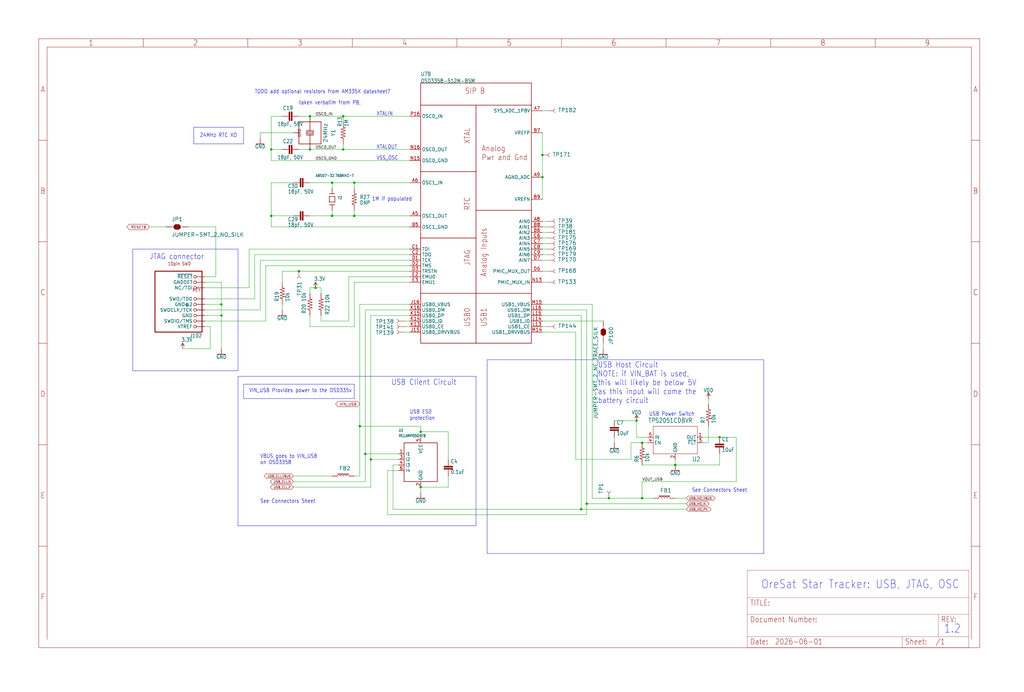
<source format=kicad_sch>
(kicad_sch (version 20250114) (generator "eeschema") (generator_version "9.0")
  (paper "User" 469.9 317.627)
  (text "USB ESD\nprotection" (at 187.96 193.04 0) (effects (font (size 1.778 1.5113)) (justify left bottom)))
  (text "1M if populated" (at 170.688 92.456 0) (effects (font (size 1.778 1.5113)) (justify left bottom)))
  (text "TODO add optional resistors from AM335X datasheet?" (at 116.84 43.18 0) (effects (font (size 1.778 1.5113)) (justify left bottom)))
  (text "VBUS goes to VIN_USB\non OSD3358" (at 119.38 213.36 0) (effects (font (size 1.778 1.5113)) (justify left bottom)))
  (text "OreSat Star Tracker: USB, JTAG, OSC" (at 349.25 270.51 0) (effects (font (size 3.81 3.2385)) (justify left bottom)))
  (text "1.2" (at 433.07 290.83 0) (effects (font (size 3.81 3.2385)) (justify left bottom)))
  (text "taken verbatim from PB," (at 137.16 48.26 0) (effects (font (size 1.778 1.5113)) (justify left bottom)))
  (text "XTALIN" (at 172.72 53.34 0) (effects (font (size 1.778 1.5113)) (justify left bottom)))
  (text "VSS_OSC" (at 172.72 73.66 0) (effects (font (size 1.778 1.5113)) (justify left bottom)))
  (text "24MHz RTC XO" (at 91.694 63.246 0) (effects (font (size 1.778 1.5113)) (justify left bottom)))
  (text "VIN_USB Provides power to the OSD335x" (at 114.3 180.34 0) (effects (font (size 1.778 1.5113)) (justify left bottom)))
  (text "XTALOUT" (at 172.72 68.58 0) (effects (font (size 1.778 1.5113)) (justify left bottom)))
  (text "JTAG connector" (at 68.58 119.38 0) (effects (font (size 2.54 2.159)) (justify left bottom)))
  (text "USB Host Circuit\nNOTE: if VIN_BAT is used,\nthis will likely be below 5V\nas this input will come the\nbattery circuit" (at 274.32 185.42 0) (effects (font (size 2.54 2.159)) (justify left bottom)))
  (text "See Connectors Sheet" (at 119.38 231.14 0) (effects (font (size 1.778 1.5113)) (justify left bottom)))
  (text "USB Power Switch" (at 297.815 191.135 0) (effects (font (size 1.778 1.5113)) (justify left bottom)))
  (text "See Connectors Sheet" (at 317.5 226.06 0) (effects (font (size 1.778 1.5113)) (justify left bottom)))
  (text "USB Client Circuit" (at 179.578 177.038 0) (effects (font (size 2.54 2.159)) (justify left bottom)))
  (junction (at 144.78 132.08))
  (junction (at 269.24 231.14))
  (junction (at 152.4 99.06))
  (junction (at 170.18 210.82))
  (junction (at 292.1 193.04))
  (junction (at 294.64 203.2))
  (junction (at 157.48 53.34))
  (junction (at 248.92 81.28))
  (junction (at 124.46 68.58))
  (junction (at 330.2 200.66))
  (junction (at 165.1 195.58))
  (junction (at 124.46 99.06))
  (junction (at 162.56 99.06))
  (junction (at 193.04 223.52))
  (junction (at 248.92 71.12))
  (junction (at 294.64 228.6))
  (junction (at 157.48 68.58))
  (junction (at 266.7 233.68))
  (junction (at 137.16 124.46))
  (junction (at 101.6 139.7))
  (junction (at 162.56 83.82))
  (junction (at 167.64 208.28))
  (junction (at 152.4 83.82))
  (junction (at 309.88 213.36))
  (junction (at 193.04 198.12))
  (junction (at 279.4 228.6))
  (junction (at 101.6 144.78))
  (junction (at 142.24 68.58))
  (junction (at 142.24 53.34))
  (polyline (pts (xy 111.76 182.88) (xy 111.76 176.276)) (stroke (width 0.1524) (type solid)))
  (wire (pts (xy 152.4 99.06) (xy 162.56 99.06)) (stroke (width 0.1524)))
  (wire (pts (xy 147.32 134.62) (xy 147.32 132.08)) (stroke (width 0.1524)))
  (wire (pts (xy 193.04 200.66) (xy 193.04 198.12)) (stroke (width 0.1524)))
  (wire (pts (xy 266.7 144.78) (xy 266.7 233.68)) (stroke (width 0.1524)))
  (wire (pts (xy 99.06 104.14) (xy 86.36 104.14)) (stroke (width 0.1524)))
  (wire (pts (xy 93.98 149.86) (xy 96.52 149.86)) (stroke (width 0.1524)))
  (wire (pts (xy 129.54 53.34) (xy 124.46 53.34)) (stroke (width 0.1524)))
  (wire (pts (xy 187.96 139.7) (xy 165.1 139.7)) (stroke (width 0.1524)))
  (wire (pts (xy 121.92 121.92) (xy 187.96 121.92)) (stroke (width 0.1524)))
  (wire (pts (xy 124.46 68.58) (xy 124.46 53.34)) (stroke (width 0.1524)))
  (wire (pts (xy 248.92 149.86) (xy 251.46 149.86)) (stroke (width 0.1524)))
  (wire (pts (xy 162.56 149.86) (xy 142.24 149.86)) (stroke (width 0.1524)))
  (polyline (pts (xy 88.9 66.04) (xy 111.76 66.04)) (stroke (width 0.1524) (type solid)))
  (wire (pts (xy 119.38 119.38) (xy 187.96 119.38)) (stroke (width 0.1524)))
  (wire (pts (xy 297.18 200.66) (xy 292.1 200.66)) (stroke (width 0.1524)))
  (wire (pts (xy 251.46 109.22) (xy 248.92 109.22)) (stroke (width 0.1524)))
  (wire (pts (xy 170.18 223.52) (xy 170.18 210.82)) (stroke (width 0.1524)))
  (wire (pts (xy 251.46 119.38) (xy 248.92 119.38)) (stroke (width 0.1524)))
  (wire (pts (xy 187.96 73.66) (xy 124.46 73.66)) (stroke (width 0.1524)))
  (wire (pts (xy 337.82 220.98) (xy 294.64 220.98)) (stroke (width 0.1524)))
  (wire (pts (xy 266.7 233.68) (xy 180.34 233.68)) (stroke (width 0.1524)))
  (wire (pts (xy 248.92 81.28) (xy 248.92 71.12)) (stroke (width 0.1524)))
  (polyline (pts (xy 350.52 165.1) (xy 350.52 254)) (stroke (width 0.1524) (type solid)))
  (wire (pts (xy 142.24 134.62) (xy 142.24 132.08)) (stroke (width 0.1524)))
  (wire (pts (xy 248.92 111.76) (xy 251.46 111.76)) (stroke (width 0.1524)))
  (wire (pts (xy 269.24 231.14) (xy 269.24 142.24)) (stroke (width 0.1524)))
  (wire (pts (xy 309.88 228.6) (xy 314.96 228.6)) (stroke (width 0.1524)))
  (wire (pts (xy 264.16 152.4) (xy 248.92 152.4)) (stroke (width 0.1524)))
  (wire (pts (xy 129.54 124.46) (xy 129.54 129.54)) (stroke (width 0.1524)))
  (polyline (pts (xy 109.22 170.18) (xy 109.22 114.3)) (stroke (width 0.1524) (type solid)))
  (wire (pts (xy 134.62 220.98) (xy 167.64 220.98)) (stroke (width 0.1524)))
  (wire (pts (xy 269.24 236.22) (xy 269.24 231.14)) (stroke (width 0.1524)))
  (wire (pts (xy 187.96 83.82) (xy 162.56 83.82)) (stroke (width 0.1524)))
  (wire (pts (xy 119.38 142.24) (xy 119.38 119.38)) (stroke (width 0.1524)))
  (polyline (pts (xy 111.76 58.42) (xy 88.9 58.42)) (stroke (width 0.1524) (type solid)))
  (polyline (pts (xy 111.76 176.276) (xy 162.56 176.276)) (stroke (width 0.1524) (type solid)))
  (wire (pts (xy 170.18 210.82) (xy 170.18 144.78)) (stroke (width 0.1524)))
  (wire (pts (xy 93.98 144.78) (xy 101.6 144.78)) (stroke (width 0.1524)))
  (wire (pts (xy 157.48 68.58) (xy 157.48 66.04)) (stroke (width 0.1524)))
  (wire (pts (xy 205.74 223.52) (xy 205.74 218.44)) (stroke (width 0.1524)))
  (wire (pts (xy 193.04 198.12) (xy 193.04 195.58)) (stroke (width 0.1524)))
  (wire (pts (xy 337.82 200.66) (xy 337.82 220.98)) (stroke (width 0.1524)))
  (wire (pts (xy 248.92 116.84) (xy 251.46 116.84)) (stroke (width 0.1524)))
  (wire (pts (xy 182.88 208.28) (xy 167.64 208.28)) (stroke (width 0.1524)))
  (polyline (pts (xy 218.44 172.72) (xy 109.22 172.72)) (stroke (width 0.1524) (type solid)))
  (polyline (pts (xy 223.52 165.1) (xy 350.52 165.1)) (stroke (width 0.1524) (type solid)))
  (wire (pts (xy 165.1 139.7) (xy 165.1 195.58)) (stroke (width 0.1524)))
  (wire (pts (xy 96.52 160.02) (xy 83.82 160.02)) (stroke (width 0.1524)))
  (wire (pts (xy 162.56 83.82) (xy 152.4 83.82)) (stroke (width 0.1524)))
  (wire (pts (xy 182.88 215.9) (xy 177.8 215.9)) (stroke (width 0.1524)))
  (wire (pts (xy 271.78 228.6) (xy 271.78 139.7)) (stroke (width 0.1524)))
  (wire (pts (xy 294.64 213.36) (xy 309.88 213.36)) (stroke (width 0.1524)))
  (wire (pts (xy 152.4 83.82) (xy 142.24 83.82)) (stroke (width 0.1524)))
  (wire (pts (xy 251.46 114.3) (xy 248.92 114.3)) (stroke (width 0.1524)))
  (wire (pts (xy 99.06 127) (xy 99.06 104.14)) (stroke (width 0.1524)))
  (wire (pts (xy 142.24 53.34) (xy 137.16 53.34)) (stroke (width 0.1524)))
  (wire (pts (xy 129.54 142.24) (xy 129.54 139.7)) (stroke (width 0.1524)))
  (wire (pts (xy 325.12 203.2) (xy 325.12 195.58)) (stroke (width 0.1524)))
  (wire (pts (xy 289.56 210.82) (xy 264.16 210.82)) (stroke (width 0.1524)))
  (wire (pts (xy 142.24 149.86) (xy 142.24 144.78)) (stroke (width 0.1524)))
  (wire (pts (xy 294.64 203.2) (xy 289.56 203.2)) (stroke (width 0.1524)))
  (polyline (pts (xy 223.52 254) (xy 223.52 165.1)) (stroke (width 0.1524) (type solid)))
  (wire (pts (xy 137.16 68.58) (xy 142.24 68.58)) (stroke (width 0.1524)))
  (wire (pts (xy 121.92 147.32) (xy 121.92 121.92)) (stroke (width 0.1524)))
  (wire (pts (xy 101.6 144.78) (xy 101.6 160.02)) (stroke (width 0.1524)))
  (wire (pts (xy 314.96 231.14) (xy 269.24 231.14)) (stroke (width 0.1524)))
  (wire (pts (xy 182.88 213.36) (xy 180.34 213.36)) (stroke (width 0.1524)))
  (wire (pts (xy 167.64 220.98) (xy 167.64 208.28)) (stroke (width 0.1524)))
  (wire (pts (xy 193.04 226.06) (xy 193.04 223.52)) (stroke (width 0.1524)))
  (wire (pts (xy 292.1 193.04) (xy 281.94 193.04)) (stroke (width 0.1524)))
  (wire (pts (xy 116.84 137.16) (xy 93.98 137.16)) (stroke (width 0.1524)))
  (wire (pts (xy 322.58 203.2) (xy 325.12 203.2)) (stroke (width 0.1524)))
  (wire (pts (xy 157.48 68.58) (xy 187.96 68.58)) (stroke (width 0.1524)))
  (wire (pts (xy 248.92 71.12) (xy 248.92 60.96)) (stroke (width 0.1524)))
  (wire (pts (xy 251.46 104.14) (xy 248.92 104.14)) (stroke (width 0.1524)))
  (wire (pts (xy 248.92 106.68) (xy 251.46 106.68)) (stroke (width 0.1524)))
  (wire (pts (xy 114.3 114.3) (xy 187.96 114.3)) (stroke (width 0.1524)))
  (wire (pts (xy 193.04 195.58) (xy 165.1 195.58)) (stroke (width 0.1524)))
  (wire (pts (xy 187.96 129.54) (xy 162.56 129.54)) (stroke (width 0.1524)))
  (wire (pts (xy 93.98 142.24) (xy 119.38 142.24)) (stroke (width 0.1524)))
  (polyline (pts (xy 111.76 66.04) (xy 111.76 58.42)) (stroke (width 0.1524) (type solid)))
  (wire (pts (xy 297.18 203.2) (xy 294.64 203.2)) (stroke (width 0.1524)))
  (wire (pts (xy 292.1 200.66) (xy 292.1 193.04)) (stroke (width 0.1524)))
  (wire (pts (xy 93.98 147.32) (xy 121.92 147.32)) (stroke (width 0.1524)))
  (wire (pts (xy 137.16 124.46) (xy 129.54 124.46)) (stroke (width 0.1524)))
  (wire (pts (xy 101.6 129.54) (xy 101.6 139.7)) (stroke (width 0.1524)))
  (wire (pts (xy 162.56 129.54) (xy 162.56 149.86)) (stroke (width 0.1524)))
  (wire (pts (xy 101.6 139.7) (xy 101.6 144.78)) (stroke (width 0.1524)))
  (wire (pts (xy 185.42 147.32) (xy 187.96 147.32)) (stroke (width 0.1524)))
  (wire (pts (xy 276.86 160.02) (xy 276.86 157.48)) (stroke (width 0.1524)))
  (wire (pts (xy 152.4 99.06) (xy 152.4 96.52)) (stroke (width 0.1524)))
  (wire (pts (xy 142.24 132.08) (xy 144.78 132.08)) (stroke (width 0.1524)))
  (wire (pts (xy 187.96 152.4) (xy 185.42 152.4)) (stroke (width 0.1524)))
  (wire (pts (xy 271.78 139.7) (xy 248.92 139.7)) (stroke (width 0.1524)))
  (wire (pts (xy 248.92 101.6) (xy 251.46 101.6)) (stroke (width 0.1524)))
  (wire (pts (xy 157.48 55.88) (xy 157.48 53.34)) (stroke (width 0.1524)))
  (wire (pts (xy 248.92 91.44) (xy 248.92 81.28)) (stroke (width 0.1524)))
  (wire (pts (xy 177.8 236.22) (xy 269.24 236.22)) (stroke (width 0.1524)))
  (wire (pts (xy 152.4 99.06) (xy 142.24 99.06)) (stroke (width 0.1524)))
  (wire (pts (xy 165.1 195.58) (xy 165.1 218.44)) (stroke (width 0.1524)))
  (wire (pts (xy 129.54 68.58) (xy 124.46 68.58)) (stroke (width 0.1524)))
  (wire (pts (xy 116.84 116.84) (xy 187.96 116.84)) (stroke (width 0.1524)))
  (wire (pts (xy 266.7 233.68) (xy 314.96 233.68)) (stroke (width 0.1524)))
  (wire (pts (xy 167.64 142.24) (xy 187.96 142.24)) (stroke (width 0.1524)))
  (wire (pts (xy 162.56 86.36) (xy 162.56 83.82)) (stroke (width 0.1524)))
  (wire (pts (xy 157.48 53.34) (xy 142.24 53.34)) (stroke (width 0.1524)))
  (polyline (pts (xy 162.56 176.276) (xy 162.56 182.88)) (stroke (width 0.1524) (type solid)))
  (wire (pts (xy 124.46 83.82) (xy 124.46 99.06)) (stroke (width 0.1524)))
  (wire (pts (xy 337.82 200.66) (xy 330.2 200.66)) (stroke (width 0.1524)))
  (wire (pts (xy 264.16 210.82) (xy 264.16 152.4)) (stroke (width 0.1524)))
  (wire (pts (xy 248.92 129.54) (xy 251.46 129.54)) (stroke (width 0.1524)))
  (wire (pts (xy 114.3 132.08) (xy 114.3 114.3)) (stroke (width 0.1524)))
  (wire (pts (xy 134.62 99.06) (xy 124.46 99.06)) (stroke (width 0.1524)))
  (wire (pts (xy 248.92 144.78) (xy 266.7 144.78)) (stroke (width 0.1524)))
  (wire (pts (xy 279.4 228.6) (xy 271.78 228.6)) (stroke (width 0.1524)))
  (wire (pts (xy 248.92 50.8) (xy 251.46 50.8)) (stroke (width 0.1524)))
  (wire (pts (xy 330.2 208.28) (xy 330.2 213.36)) (stroke (width 0.1524)))
  (polyline (pts (xy 109.22 241.3) (xy 218.44 241.3)) (stroke (width 0.1524) (type solid)))
  (wire (pts (xy 269.24 142.24) (xy 248.92 142.24)) (stroke (width 0.1524)))
  (polyline (pts (xy 109.22 172.72) (xy 109.22 241.3)) (stroke (width 0.1524) (type solid)))
  (wire (pts (xy 96.52 149.86) (xy 96.52 160.02)) (stroke (width 0.1524)))
  (wire (pts (xy 134.62 83.82) (xy 124.46 83.82)) (stroke (width 0.1524)))
  (wire (pts (xy 187.96 53.34) (xy 157.48 53.34)) (stroke (width 0.1524)))
  (polyline (pts (xy 350.52 254) (xy 223.52 254)) (stroke (width 0.1524) (type solid)))
  (polyline (pts (xy 60.96 170.18) (xy 109.22 170.18)) (stroke (width 0.1524) (type solid)))
  (wire (pts (xy 162.56 218.44) (xy 165.1 218.44)) (stroke (width 0.1524)))
  (wire (pts (xy 294.64 228.6) (xy 299.72 228.6)) (stroke (width 0.1524)))
  (wire (pts (xy 93.98 129.54) (xy 101.6 129.54)) (stroke (width 0.1524)))
  (wire (pts (xy 193.04 198.12) (xy 205.74 198.12)) (stroke (width 0.1524)))
  (wire (pts (xy 124.46 73.66) (xy 124.46 68.58)) (stroke (width 0.1524)))
  (wire (pts (xy 142.24 68.58) (xy 157.48 68.58)) (stroke (width 0.1524)))
  (wire (pts (xy 205.74 198.12) (xy 205.74 210.82)) (stroke (width 0.1524)))
  (wire (pts (xy 330.2 200.66) (xy 322.58 200.66)) (stroke (width 0.1524)))
  (wire (pts (xy 162.56 96.52) (xy 162.56 99.06)) (stroke (width 0.1524)))
  (polyline (pts (xy 60.96 114.3) (xy 60.96 170.18)) (stroke (width 0.1524) (type solid)))
  (wire (pts (xy 330.2 213.36) (xy 309.88 213.36)) (stroke (width 0.1524)))
  (wire (pts (xy 134.62 60.96) (xy 119.38 60.96)) (stroke (width 0.1524)))
  (wire (pts (xy 177.8 215.9) (xy 177.8 236.22)) (stroke (width 0.1524)))
  (wire (pts (xy 76.2 104.14) (xy 68.58 104.14)) (stroke (width 0.1524)))
  (wire (pts (xy 147.32 144.78) (xy 147.32 147.32)) (stroke (width 0.1524)))
  (wire (pts (xy 119.38 60.96) (xy 119.38 63.5)) (stroke (width 0.1524)))
  (wire (pts (xy 276.86 147.32) (xy 248.92 147.32)) (stroke (width 0.1524)))
  (wire (pts (xy 185.42 149.86) (xy 187.96 149.86)) (stroke (width 0.1524)))
  (wire (pts (xy 134.62 223.52) (xy 170.18 223.52)) (stroke (width 0.1524)))
  (wire (pts (xy 116.84 137.16) (xy 116.84 116.84)) (stroke (width 0.1524)))
  (wire (pts (xy 187.96 99.06) (xy 162.56 99.06)) (stroke (width 0.1524)))
  (wire (pts (xy 289.56 203.2) (xy 289.56 210.82)) (stroke (width 0.1524)))
  (wire (pts (xy 187.96 124.46) (xy 137.16 124.46)) (stroke (width 0.1524)))
  (polyline (pts (xy 88.9 58.42) (xy 88.9 66.04)) (stroke (width 0.1524) (type solid)))
  (wire (pts (xy 248.92 124.46) (xy 251.46 124.46)) (stroke (width 0.1524)))
  (wire (pts (xy 124.46 99.06) (xy 124.46 104.14)) (stroke (width 0.1524)))
  (wire (pts (xy 281.94 200.66) (xy 281.94 203.2)) (stroke (width 0.1524)))
  (wire (pts (xy 147.32 147.32) (xy 160.02 147.32)) (stroke (width 0.1524)))
  (wire (pts (xy 147.32 132.08) (xy 144.78 132.08)) (stroke (width 0.1524)))
  (wire (pts (xy 294.64 220.98) (xy 294.64 228.6)) (stroke (width 0.1524)))
  (wire (pts (xy 193.04 223.52) (xy 205.74 223.52)) (stroke (width 0.1524)))
  (wire (pts (xy 170.18 144.78) (xy 187.96 144.78)) (stroke (width 0.1524)))
  (wire (pts (xy 124.46 104.14) (xy 187.96 104.14)) (stroke (width 0.1524)))
  (wire (pts (xy 160.02 127) (xy 187.96 127)) (stroke (width 0.1524)))
  (wire (pts (xy 160.02 147.32) (xy 160.02 127)) (stroke (width 0.1524)))
  (wire (pts (xy 167.64 208.28) (xy 167.64 142.24)) (stroke (width 0.1524)))
  (wire (pts (xy 93.98 132.08) (xy 114.3 132.08)) (stroke (width 0.1524)))
  (wire (pts (xy 152.4 218.44) (xy 134.62 218.44)) (stroke (width 0.1524)))
  (wire (pts (xy 93.98 139.7) (xy 101.6 139.7)) (stroke (width 0.1524)))
  (wire (pts (xy 325.12 185.42) (xy 325.12 182.88)) (stroke (width 0.1524)))
  (polyline (pts (xy 162.56 182.88) (xy 111.76 182.88)) (stroke (width 0.1524) (type solid)))
  (polyline (pts (xy 218.44 241.3) (xy 218.44 172.72)) (stroke (width 0.1524) (type solid)))
  (wire (pts (xy 180.34 233.68) (xy 180.34 213.36)) (stroke (width 0.1524)))
  (wire (pts (xy 152.4 86.36) (xy 152.4 83.82)) (stroke (width 0.1524)))
  (wire (pts (xy 309.88 213.36) (xy 309.88 210.82)) (stroke (width 0.1524)))
  (polyline (pts (xy 109.22 114.3) (xy 60.96 114.3)) (stroke (width 0.1524) (type solid)))
  (wire (pts (xy 182.88 210.82) (xy 170.18 210.82)) (stroke (width 0.1524)))
  (wire (pts (xy 294.64 228.6) (xy 279.4 228.6)) (stroke (width 0.1524)))
  (wire (pts (xy 93.98 127) (xy 99.06 127)) (stroke (width 0.1524)))
  (label "VOUT_USB" (at 294.64 220.98 0) (effects (font (size 1.2446 1.2446))))
  (label "OSC0_OUT" (at 144.78 68.58 0) (effects (font (size 1.2446 1.2446))))
  (label "OSC0_GND" (at 144.78 73.66 0) (effects (font (size 1.2446 1.2446))))
  (label "OSC0_IN" (at 144.78 53.34 0) (effects (font (size 1.2446 1.2446))))
  (global_label "USB_CLI_N" (shape bidirectional) (at 134.62 220.98 180) (effects (font (size 0.9957 0.9957))) (property "Intersheetrefs" "${INTERSHEET_REFS}" (effects (hide yes))))
  (global_label "RESET#" (shape bidirectional) (at 68.58 104.14 180) (effects (font (size 1.2446 1.2446))) (property "Intersheetrefs" "${INTERSHEET_REFS}" (effects (hide yes))))
  (global_label "USB_HO_N" (shape bidirectional) (at 314.96 231.14 0) (effects (font (size 0.9957 0.9957))) (property "Intersheetrefs" "${INTERSHEET_REFS}" (effects (hide yes))))
  (global_label "USB_HO_PX" (shape bidirectional) (at 314.96 233.68 0) (effects (font (size 0.9957 0.9957))) (property "Intersheetrefs" "${INTERSHEET_REFS}" (effects (hide yes))))
  (global_label "USB_CLI_VBUS" (shape bidirectional) (at 134.62 218.44 180) (effects (font (size 0.9957 0.9957))) (property "Intersheetrefs" "${INTERSHEET_REFS}" (effects (hide yes))))
  (global_label "VIN_USB" (shape bidirectional) (at 165.1 185.42 180) (effects (font (size 1.2446 1.2446))) (property "Intersheetrefs" "${INTERSHEET_REFS}" (effects (hide yes))))
  (global_label "USB_CLI_P" (shape bidirectional) (at 134.62 223.52 180) (effects (font (size 0.9957 0.9957))) (property "Intersheetrefs" "${INTERSHEET_REFS}" (effects (hide yes))))
  (global_label "USB_HO_VBUS" (shape bidirectional) (at 314.96 228.6 0) (effects (font (size 0.9957 0.9957))) (property "Intersheetrefs" "${INTERSHEET_REFS}" (effects (hide yes))))
  (symbol (lib_id "star-tracker-card-eagle-import:GND") (at 129.54 144.78 0) (unit 1)
    (property "Reference" "#GND58" (effects (hide yes)))
    (property "Value" "GND" (at 129.54 145.034 0) (effects (font (size 1.778 1.5113)) (justify top)))
  )
  (symbol (lib_id "star-tracker-card-eagle-import:ECS-240-12-30BQ-AEN-TR") (at 142.24 60.96 270) (unit 1)
    (property "Reference" "Y1" (at 151.892 60.96 0) (effects (font (size 1.778 1.778)) (justify bottom)))
    (property "Value" "24MHz" (at 150.368 60.96 0) (effects (font (size 1.778 1.778)) (justify top)))
    (property "Footprint" "star-tracker-card:5X3.2-4SMD" (effects (hide yes)))
  )
  (symbol (lib_id "star-tracker-card-eagle-import:TEST-POINT3X4") (at 251.46 124.46 0) (unit 1)
    (property "Reference" "TP168" (at 256.032 125.222 0) (effects (font (size 1.778 1.778)) (justify left bottom)))
    (property "Value" "TEST-POINT3X4" (effects (hide yes)))
    (property "Footprint" "star-tracker-card:PAD.03X.04" (effects (hide yes)))
  )
  (symbol (lib_id "star-tracker-card-eagle-import:C-EU0805-B") (at 330.2 203.2 0) (unit 1)
    (property "Reference" "C1" (at 331.216 202.565 0) (effects (font (size 1.778 1.5113)) (justify left bottom)))
    (property "Value" "10uF" (at 331.216 207.391 0) (effects (font (size 1.778 1.5113)) (justify left bottom)))
    (property "Footprint" "star-tracker-card:.0805-B" (effects (hide yes)))
  )
  (symbol (lib_id "star-tracker-card-eagle-import:GND") (at 119.38 66.04 0) (unit 1)
    (property "Reference" "#GND56" (effects (hide yes)))
    (property "Value" "GND" (at 119.38 66.294 0) (effects (font (size 1.778 1.5113)) (justify top)))
  )
  (symbol (lib_id "star-tracker-card-eagle-import:TEST-POINT3X4") (at 251.46 104.14 0) (unit 1)
    (property "Reference" "TP38" (at 256.032 104.902 0) (effects (font (size 1.778 1.778)) (justify left bottom)))
    (property "Value" "TEST-POINT3X4" (effects (hide yes)))
    (property "Footprint" "star-tracker-card:PAD.03X.04" (effects (hide yes)))
  )
  (symbol (lib_id "star-tracker-card-eagle-import:TEST-POINT3X4") (at 248.92 71.12 0) (unit 1)
    (property "Reference" "TP171" (at 253.492 71.882 0) (effects (font (size 1.778 1.778)) (justify left bottom)))
    (property "Value" "TEST-POINT3X4" (effects (hide yes)))
    (property "Footprint" "star-tracker-card:PAD.03X.04" (effects (hide yes)))
  )
  (symbol (lib_id "star-tracker-card-eagle-import:3.3V") (at 144.78 129.54 0) (unit 1)
    (property "Reference" "#3V-25" (effects (hide yes)))
    (property "Value" "3.3V" (at 144.145 128.905 0) (effects (font (size 1.778 1.5113)) (justify left bottom)))
  )
  (symbol (lib_id "star-tracker-card-eagle-import:R-US_0603-A") (at 147.32 139.7 90) (unit 1)
    (property "Reference" "R22" (at 151.1554 144.526 0) (effects (font (size 1.778 1.5113)) (justify left bottom)))
    (property "Value" "10k" (at 151.13 139.192 0) (effects (font (size 1.778 1.5113)) (justify left bottom)))
    (property "Footprint" "star-tracker-card:.0603-A" (effects (hide yes)))
  )
  (symbol (lib_id "star-tracker-card-eagle-import:C-EU0603-A") (at 205.74 213.36 0) (unit 1)
    (property "Reference" "C4" (at 206.756 212.725 0) (effects (font (size 1.778 1.5113)) (justify left bottom)))
    (property "Value" "0.1uF" (at 206.756 217.551 0) (effects (font (size 1.778 1.5113)) (justify left bottom)))
    (property "Footprint" "star-tracker-card:.0603-A" (effects (hide yes)))
  )
  (symbol (lib_id "star-tracker-card-eagle-import:TEST-POINT3X4") (at 251.46 50.8 0) (unit 1)
    (property "Reference" "TP182" (at 256.032 51.562 0) (effects (font (size 1.778 1.778)) (justify left bottom)))
    (property "Value" "TEST-POINT3X4" (effects (hide yes)))
    (property "Footprint" "star-tracker-card:PAD.03X.04" (effects (hide yes)))
  )
  (symbol (lib_id "star-tracker-card-eagle-import:R-US_0603-A") (at 157.48 60.96 90) (unit 1)
    (property "Reference" "R13" (at 156.972 58.166 0) (effects (font (size 1.778 1.5113)) (justify left bottom)))
    (property "Value" "1M" (at 157.988 58.166 0) (effects (font (size 1.778 1.5113)) (justify left top)))
    (property "Footprint" "star-tracker-card:.0603-A" (effects (hide yes)))
  )
  (symbol (lib_id "star-tracker-card-eagle-import:TEST-POINT3X4") (at 251.46 109.22 0) (unit 1)
    (property "Reference" "TP175" (at 256.032 109.982 0) (effects (font (size 1.778 1.778)) (justify left bottom)))
    (property "Value" "TEST-POINT3X4" (effects (hide yes)))
    (property "Footprint" "star-tracker-card:PAD.03X.04" (effects (hide yes)))
  )
  (symbol (lib_id "star-tracker-card-eagle-import:TEST-POINT3X4") (at 185.42 149.86 180) (unit 1)
    (property "Reference" "TP141" (at 180.848 149.098 0) (effects (font (size 1.778 1.778)) (justify left bottom)))
    (property "Value" "TEST-POINT3X4" (effects (hide yes)))
    (property "Footprint" "star-tracker-card:PAD.03X.04" (effects (hide yes)))
  )
  (symbol (lib_id "star-tracker-card-eagle-import:FERRITE_BEAD-0603") (at 304.8 228.6 90) (unit 1)
    (property "Reference" "FB1" (at 302.895 226.06 90) (effects (font (size 1.778 1.778)) (justify right top)))
    (property "Value" "30Ω/1.8A" (effects (hide yes)))
    (property "Footprint" "star-tracker-card:0603" (effects (hide yes)))
    (property "DPN" "490-14027-1-ND" (effects (hide yes)))
    (property "MPN" "BLM18KG300JH1D" (effects (hide yes)))
  )
  (symbol (lib_id "star-tracker-card-eagle-import:TEST-POINT3X4") (at 251.46 119.38 0) (unit 1)
    (property "Reference" "TP170" (at 256.032 120.142 0) (effects (font (size 1.778 1.778)) (justify left bottom)))
    (property "Value" "TEST-POINT3X4" (effects (hide yes)))
    (property "Footprint" "star-tracker-card:PAD.03X.04" (effects (hide yes)))
  )
  (symbol (lib_id "star-tracker-card-eagle-import:frames_229_FRAME_B_L") (at 342.9 297.18 0) (unit 2)
    (property "Reference" "#FRAME4" (effects (hide yes)))
    (property "Value" "FRAME_B_L" (effects (hide yes)))
  )
  (symbol (lib_id "star-tracker-card-eagle-import:TEST-POINT3X4") (at 251.46 129.54 0) (unit 1)
    (property "Reference" "TP133" (at 256.032 130.302 0) (effects (font (size 1.778 1.778)) (justify left bottom)))
    (property "Value" "TEST-POINT3X4" (effects (hide yes)))
    (property "Footprint" "star-tracker-card:PAD.03X.04" (effects (hide yes)))
  )
  (symbol (lib_id "star-tracker-card-eagle-import:TEST-POINT3X4") (at 251.46 111.76 0) (unit 1)
    (property "Reference" "TP176" (at 256.032 112.522 0) (effects (font (size 1.778 1.778)) (justify left bottom)))
    (property "Value" "TEST-POINT3X4" (effects (hide yes)))
    (property "Footprint" "star-tracker-card:PAD.03X.04" (effects (hide yes)))
  )
  (symbol (lib_id "star-tracker-card-eagle-import:C-EU0805-B") (at 281.94 195.58 0) (unit 1)
    (property "Reference" "C7" (at 282.956 194.945 0) (effects (font (size 1.778 1.5113)) (justify left bottom)))
    (property "Value" "10uF" (at 282.956 199.771 0) (effects (font (size 1.778 1.5113)) (justify left bottom)))
    (property "Footprint" "star-tracker-card:.0805-B" (effects (hide yes)))
  )
  (symbol (lib_id "star-tracker-card-eagle-import:JUMPER-SMT_2_NC_TRACE_SILK") (at 276.86 152.4 270) (unit 1)
    (property "Reference" "JP100" (at 279.4 149.86 0) (effects (font (size 1.778 1.778)) (justify left bottom)))
    (property "Value" "JUMPER-SMT_2_NC_TRACE_SILK" (at 274.32 149.86 0) (effects (font (size 1.778 1.778)) (justify left top)))
    (property "Footprint" "star-tracker-card:SMT-JUMPER_2_NC_TRACE_SILK" (effects (hide yes)))
  )
  (symbol (lib_id "star-tracker-card-eagle-import:ABS07-32.768KHZ-T") (at 152.4 91.44 90) (unit 1)
    (property "Reference" "Y2" (at 154.94 91.44 90) (effects (font (size 1.27 1.0795)) (justify right top)))
    (property "Value" "ABS07-32.768KHZ-T" (at 144.78 81.28 90) (effects (font (size 1.27 1.0795)) (justify right top)))
    (property "Footprint" "star-tracker-card:CRYSTAL_3.2X1.5" (effects (hide yes)))
  )
  (symbol (lib_id "star-tracker-card-eagle-import:GND") (at 101.6 162.56 0) (unit 1)
    (property "Reference" "#GND57" (effects (hide yes)))
    (property "Value" "GND" (at 101.6 162.814 0) (effects (font (size 1.778 1.5113)) (justify top)))
  )
  (symbol (lib_id "star-tracker-card-eagle-import:TEST-POINT3X4") (at 251.46 101.6 0) (unit 1)
    (property "Reference" "TP39" (at 256.032 102.362 0) (effects (font (size 1.778 1.778)) (justify left bottom)))
    (property "Value" "TEST-POINT3X4" (effects (hide yes)))
    (property "Footprint" "star-tracker-card:PAD.03X.04" (effects (hide yes)))
  )
  (symbol (lib_id "star-tracker-card-eagle-import:R-US_0603-A") (at 129.54 134.62 90) (unit 1)
    (property "Reference" "R19" (at 128.0414 138.43 0) (effects (font (size 1.778 1.5113)) (justify left bottom)))
    (property "Value" "10k" (at 132.842 138.43 0) (effects (font (size 1.778 1.5113)) (justify left bottom)))
    (property "Footprint" "star-tracker-card:.0603-A" (effects (hide yes)))
  )
  (symbol (lib_id "star-tracker-card-eagle-import:C-EU0603-A") (at 132.08 68.58 90) (unit 1)
    (property "Reference" "C22" (at 129.794 65.786 90) (effects (font (size 1.778 1.5113)) (justify right top)))
    (property "Value" "18pF, 50V" (at 127.254 73.152 90) (effects (font (size 1.778 1.5113)) (justify right top)))
    (property "Footprint" "star-tracker-card:.0603-A" (effects (hide yes)))
  )
  (symbol (lib_id "star-tracker-card-eagle-import:C-EU0603-A") (at 132.08 53.34 90) (unit 1)
    (property "Reference" "C19" (at 129.794 50.546 90) (effects (font (size 1.778 1.5113)) (justify right top)))
    (property "Value" "18pF, 50V" (at 127.254 57.912 90) (effects (font (size 1.778 1.5113)) (justify right top)))
    (property "Footprint" "star-tracker-card:.0603-A" (effects (hide yes)))
  )
  (symbol (lib_id "star-tracker-card-eagle-import:TPS2051CDBVR") (at 309.88 200.66 0) (unit 1)
    (property "Reference" "U2" (at 317.6016 211.8614 0) (effects (font (size 2.0828 1.7703)) (justify left bottom)))
    (property "Value" "TPS2051CDBVR" (at 297.4086 194.0814 0) (effects (font (size 2.0828 1.7703)) (justify left bottom)))
    (property "Footprint" "star-tracker-card:DBV5" (effects (hide yes)))
  )
  (symbol (lib_id "star-tracker-card-eagle-import:GND") (at 309.88 215.9 0) (mirror y) (unit 1)
    (property "Reference" "#GND64" (effects (hide yes)))
    (property "Value" "GND" (at 309.88 216.154 0) (effects (font (size 1.778 1.5113)) (justify top)))
  )
  (symbol (lib_id "star-tracker-card-eagle-import:VDD") (at 292.1 193.04 0) (unit 1)
    (property "Reference" "#SUPPLY1" (effects (hide yes)))
    (property "Value" "VDD" (at 292.1 190.246 0) (effects (font (size 1.778 1.5113)) (justify bottom)))
  )
  (symbol (lib_id "star-tracker-card-eagle-import:C-EU0603-A") (at 139.7 83.82 270) (unit 1)
    (property "Reference" "C30" (at 132.08 86.36 90) (effects (font (size 1.778 1.5113)) (justify left bottom)))
    (property "Value" "18pF, 50V" (at 132.08 88.9 90) (effects (font (size 1.778 1.5113)) (justify left bottom)))
    (property "Footprint" "star-tracker-card:.0603-A" (effects (hide yes)))
  )
  (symbol (lib_id "star-tracker-card-eagle-import:TEST-POINT3X4") (at 137.16 124.46 270) (unit 1)
    (property "Reference" "TP31" (at 136.398 129.032 0) (effects (font (size 1.778 1.778)) (justify left bottom)))
    (property "Value" "TEST-POINT3X4" (effects (hide yes)))
    (property "Footprint" "star-tracker-card:PAD.03X.04" (effects (hide yes)))
  )
  (symbol (lib_id "star-tracker-card-eagle-import:TEST-POINT3X4") (at 251.46 116.84 0) (unit 1)
    (property "Reference" "TP179" (at 256.032 117.602 0) (effects (font (size 1.778 1.778)) (justify left bottom)))
    (property "Value" "TEST-POINT3X4" (effects (hide yes)))
    (property "Footprint" "star-tracker-card:PAD.03X.04" (effects (hide yes)))
  )
  (symbol (lib_id "star-tracker-card-eagle-import:GND") (at 193.04 228.6 0) (unit 1)
    (property "Reference" "#GND59" (effects (hide yes)))
    (property "Value" "GND" (at 193.04 228.854 0) (effects (font (size 1.778 1.5113)) (justify top)))
  )
  (symbol (lib_id "star-tracker-card-eagle-import:TEST-POINT3X4") (at 185.42 152.4 180) (unit 1)
    (property "Reference" "TP139" (at 180.848 151.638 0) (effects (font (size 1.778 1.778)) (justify left bottom)))
    (property "Value" "TEST-POINT3X4" (effects (hide yes)))
    (property "Footprint" "star-tracker-card:PAD.03X.04" (effects (hide yes)))
  )
  (symbol (lib_id "star-tracker-card-eagle-import:GND") (at 276.86 162.56 0) (mirror y) (unit 1)
    (property "Reference" "#GND35" (effects (hide yes)))
    (property "Value" "GND" (at 276.86 162.814 0) (effects (font (size 1.778 1.5113)) (justify top)))
  )
  (symbol (lib_id "star-tracker-card-eagle-import:TEST-POINT3X4") (at 251.46 106.68 0) (unit 1)
    (property "Reference" "TP181" (at 256.032 107.442 0) (effects (font (size 1.778 1.778)) (justify left bottom)))
    (property "Value" "TEST-POINT3X4" (effects (hide yes)))
    (property "Footprint" "star-tracker-card:PAD.03X.04" (effects (hide yes)))
  )
  (symbol (lib_id "star-tracker-card-eagle-import:JUMPER-SMT_2_NO_SILK") (at 81.28 104.14 0) (unit 1)
    (property "Reference" "JP1" (at 78.74 101.6 0) (effects (font (size 1.778 1.778)) (justify left bottom)))
    (property "Value" "JUMPER-SMT_2_NO_SILK" (at 78.74 106.68 0) (effects (font (size 1.778 1.778)) (justify left top)))
    (property "Footprint" "star-tracker-card:SMT-JUMPER_2_NO_SILK" (effects (hide yes)))
  )
  (symbol (lib_id "star-tracker-card-eagle-import:3.3V") (at 83.82 157.48 0) (unit 1)
    (property "Reference" "#3V-24" (effects (hide yes)))
    (property "Value" "3.3V" (at 83.185 156.845 0) (effects (font (size 1.778 1.5113)) (justify left bottom)))
  )
  (symbol (lib_id "star-tracker-card-eagle-import:frames_229_FRAME_B_L") (at 17.78 297.18 0) (unit 1)
    (property "Reference" "#FRAME4" (effects (hide yes)))
    (property "Value" "FRAME_B_L" (effects (hide yes)))
  )
  (symbol (lib_id "star-tracker-card-eagle-import:R-US_0603-A") (at 162.56 91.44 90) (unit 1)
    (property "Reference" "R27" (at 165.1 91.44 90) (effects (font (size 1.778 1.5113)) (justify right top)))
    (property "Value" "DNP" (at 165.1 93.98 90) (effects (font (size 1.778 1.5113)) (justify right top)))
    (property "Footprint" "star-tracker-card:.0603-A" (effects (hide yes)))
  )
  (symbol (lib_id "star-tracker-card-eagle-import:RCLAMP0504FB") (at 193.04 210.82 0) (unit 1)
    (property "Reference" "U1" (at 182.88 198.12 0) (effects (font (size 1.27 1.0795)) (justify left bottom)))
    (property "Value" "RCLAMP0504FB" (at 182.88 200.66 0) (effects (font (size 1.27 1.0795)) (justify left bottom)))
    (property "Footprint" "star-tracker-card:SC70-6" (effects (hide yes)))
  )
  (symbol (lib_id "star-tracker-card-eagle-import:GND") (at 281.94 205.74 0) (mirror y) (unit 1)
    (property "Reference" "#GND63" (effects (hide yes)))
    (property "Value" "GND" (at 281.94 205.994 0) (effects (font (size 1.778 1.5113)) (justify top)))
  )
  (symbol (lib_id "star-tracker-card-eagle-import:TEST-POINT3X4") (at 251.46 114.3 0) (unit 1)
    (property "Reference" "TP169" (at 256.032 115.062 0) (effects (font (size 1.778 1.778)) (justify left bottom)))
    (property "Value" "TEST-POINT3X4" (effects (hide yes)))
    (property "Footprint" "star-tracker-card:PAD.03X.04" (effects (hide yes)))
  )
  (symbol (lib_id "star-tracker-card-eagle-import:C-EU0603-A") (at 139.7 99.06 270) (unit 1)
    (property "Reference" "C29" (at 132.08 101.6 90) (effects (font (size 1.778 1.5113)) (justify left bottom)))
    (property "Value" "18pF, 50V" (at 132.08 104.14 90) (effects (font (size 1.778 1.5113)) (justify left bottom)))
    (property "Footprint" "star-tracker-card:.0603-A" (effects (hide yes)))
  )
  (symbol (lib_id "star-tracker-card-eagle-import:TEST-POINT3X4") (at 279.4 228.6 90) (unit 1)
    (property "Reference" "TP1" (at 276.86 226.695 0) (effects (font (size 1.778 1.778)) (justify left bottom)))
    (property "Value" "TEST-POINT3X4" (effects (hide yes)))
    (property "Footprint" "star-tracker-card:PAD.03X.04" (effects (hide yes)))
  )
  (symbol (lib_id "star-tracker-card-eagle-import:VDD") (at 325.12 182.88 0) (unit 1)
    (property "Reference" "#SUPPLY2" (effects (hide yes)))
    (property "Value" "VDD" (at 325.12 180.086 0) (effects (font (size 1.778 1.5113)) (justify bottom)))
  )
  (symbol (lib_id "star-tracker-card-eagle-import:TEST-POINT3X4") (at 251.46 149.86 0) (unit 1)
    (property "Reference" "TP144" (at 256.032 150.622 0) (effects (font (size 1.778 1.778)) (justify left bottom)))
    (property "Value" "TEST-POINT3X4" (effects (hide yes)))
    (property "Footprint" "star-tracker-card:PAD.03X.04" (effects (hide yes)))
  )
  (symbol (lib_id "star-tracker-card-eagle-import:TEST-POINT3X4") (at 185.42 147.32 180) (unit 1)
    (property "Reference" "TP138" (at 180.848 146.558 0) (effects (font (size 1.778 1.778)) (justify left bottom)))
    (property "Value" "TEST-POINT3X4" (effects (hide yes)))
    (property "Footprint" "star-tracker-card:PAD.03X.04" (effects (hide yes)))
  )
  (symbol (lib_id "star-tracker-card-eagle-import:R-US_0603-A") (at 325.12 190.5 90) (unit 1)
    (property "Reference" "R7" (at 323.6214 194.31 0) (effects (font (size 1.778 1.5113)) (justify left bottom)))
    (property "Value" "10k" (at 328.422 194.31 0) (effects (font (size 1.778 1.5113)) (justify left bottom)))
    (property "Footprint" "star-tracker-card:.0603-A" (effects (hide yes)))
  )
  (symbol (lib_id "star-tracker-card-eagle-import:OSD3358-512M-BSM") (at 218.44 96.52 0) (unit 2)
    (property "Reference" "U7" (at 193.04 33.02 0) (effects (font (size 1.778 1.5113)) (justify left top)))
    (property "Value" "OSD3358-512M-BSM" (at 193.04 38.1 0) (effects (font (size 1.778 1.5113)) (justify left bottom)))
    (property "Footprint" "star-tracker-card:OSD335X-BGA-256" (effects (hide yes)))
  )
  (symbol (lib_id "star-tracker-card-eagle-import:R-US_0603-A") (at 142.24 139.7 90) (unit 1)
    (property "Reference" "R20" (at 140.4874 144.018 0) (effects (font (size 1.778 1.5113)) (justify left bottom)))
    (property "Value" "10k" (at 140.462 138.43 0) (effects (font (size 1.778 1.5113)) (justify left bottom)))
    (property "Footprint" "star-tracker-card:.0603-A" (effects (hide yes)))
  )
  (symbol (lib_id "star-tracker-card-eagle-import:R-US_0603-A") (at 294.64 208.28 90) (unit 1)
    (property "Reference" "R6" (at 293.1414 212.09 0) (effects (font (size 1.778 1.5113)) (justify left bottom)))
    (property "Value" "10k" (at 297.942 212.09 0) (effects (font (size 1.778 1.5113)) (justify left bottom)))
    (property "Footprint" "star-tracker-card:.0603-A" (effects (hide yes)))
  )
  (symbol (lib_id "star-tracker-card-eagle-import:FERRITE_BEAD-0603") (at 157.48 218.44 90) (unit 1)
    (property "Reference" "FB2" (at 155.575 215.9 90) (effects (font (size 1.778 1.778)) (justify right top)))
    (property "Value" "30Ω/1.8A" (effects (hide yes)))
    (property "Footprint" "star-tracker-card:0603" (effects (hide yes)))
    (property "DPN" "490-14027-1-ND" (effects (hide yes)))
    (property "MPN" "BLM18KG300JH1D" (effects (hide yes)))
  )
  (symbol (lib_id "star-tracker-card-eagle-import:FTSH-105-XX-X-DV-K") (at 86.36 134.62 180) (unit 1)
    (property "Reference" "J102" (at 92.71 153.035 0) (effects (font (size 1.778 1.5113)) (justify left bottom)))
    (property "Value" "FTSH-105-XX-X-DV-K" (effects (hide yes)))
    (property "Footprint" "star-tracker-card:CON10_2X5_DUK_FTSH" (effects (hide yes)))
  )
)
</source>
